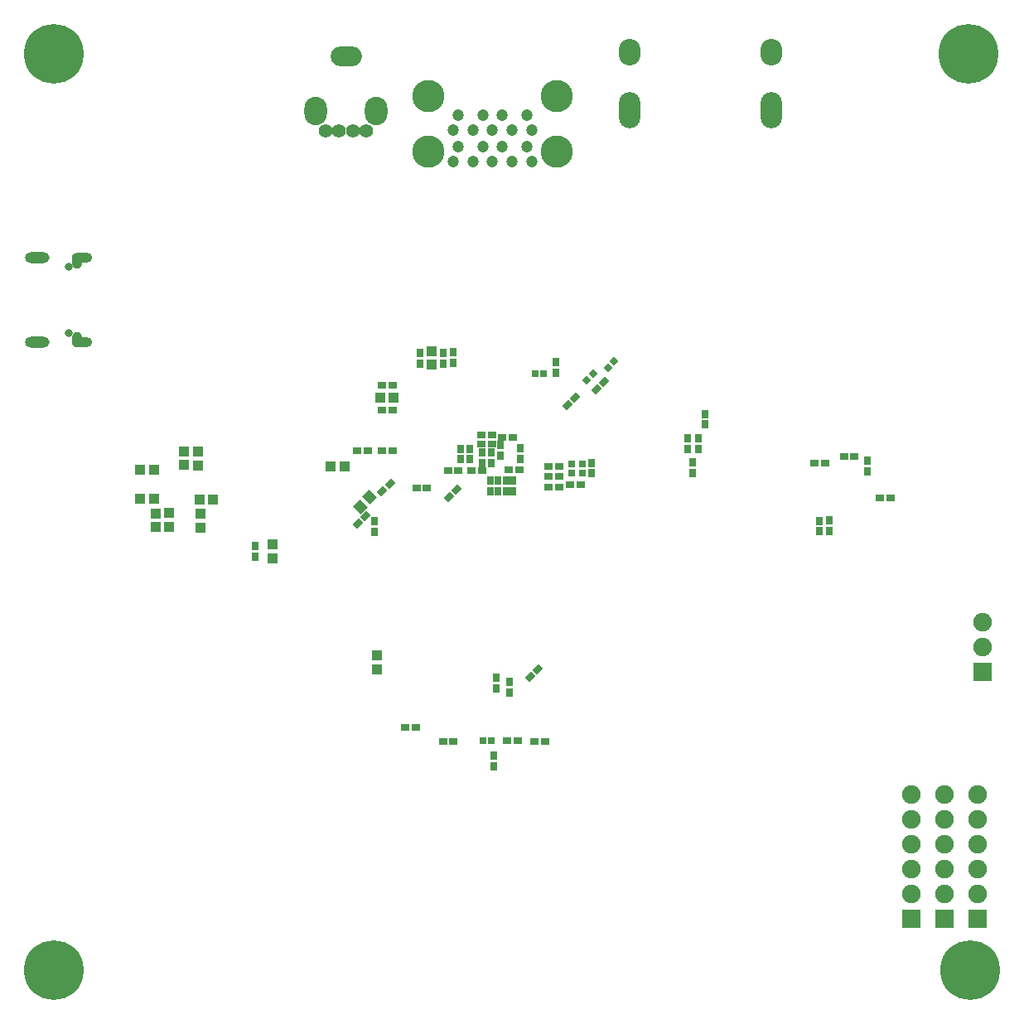
<source format=gbs>
G04*
G04 #@! TF.GenerationSoftware,Altium Limited,Altium Designer,25.0.2 (28)*
G04*
G04 Layer_Color=16711935*
%FSLAX44Y44*%
%MOMM*%
G71*
G04*
G04 #@! TF.SameCoordinates,34CB3397-E1FD-41C1-9A6A-8B3E81618BB9*
G04*
G04*
G04 #@! TF.FilePolarity,Negative*
G04*
G01*
G75*
%ADD23C,0.6000*%
%ADD53R,0.6416X0.8917*%
%ADD54R,1.1032X1.0032*%
%ADD55R,0.6673X0.6416*%
%ADD56R,0.8917X0.6416*%
%ADD70R,0.6416X0.6673*%
%ADD72R,1.0032X1.1032*%
%ADD102R,1.9032X1.9032*%
%ADD103C,1.9032*%
%ADD104C,6.1000*%
%ADD105O,2.2032X3.7032*%
%ADD106O,2.2032X2.7032*%
%ADD107O,2.1016X1.0016*%
%ADD108O,1.0016X1.6016*%
%ADD109O,2.5016X1.1016*%
%ADD110C,0.8032*%
%ADD111C,3.3000*%
%ADD112C,1.2000*%
%ADD113O,3.2032X2.0032*%
%ADD114O,2.3032X2.9032*%
%ADD115O,2.3032X2.9032*%
%ADD116C,1.4031*%
G04:AMPARAMS|DCode=160|XSize=1.0032mm|YSize=1.1032mm|CornerRadius=0mm|HoleSize=0mm|Usage=FLASHONLY|Rotation=45.000|XOffset=0mm|YOffset=0mm|HoleType=Round|Shape=Rectangle|*
%AMROTATEDRECTD160*
4,1,4,0.0354,-0.7447,-0.7447,0.0354,-0.0354,0.7447,0.7447,-0.0354,0.0354,-0.7447,0.0*
%
%ADD160ROTATEDRECTD160*%

G04:AMPARAMS|DCode=161|XSize=0.8917mm|YSize=0.6416mm|CornerRadius=0mm|HoleSize=0mm|Usage=FLASHONLY|Rotation=45.000|XOffset=0mm|YOffset=0mm|HoleType=Round|Shape=Rectangle|*
%AMROTATEDRECTD161*
4,1,4,-0.0884,-0.5421,-0.5421,-0.0884,0.0884,0.5421,0.5421,0.0884,-0.0884,-0.5421,0.0*
%
%ADD161ROTATEDRECTD161*%

G04:AMPARAMS|DCode=162|XSize=0.6673mm|YSize=0.6416mm|CornerRadius=0mm|HoleSize=0mm|Usage=FLASHONLY|Rotation=45.000|XOffset=0mm|YOffset=0mm|HoleType=Round|Shape=Rectangle|*
%AMROTATEDRECTD162*
4,1,4,-0.0091,-0.4627,-0.4627,-0.0091,0.0091,0.4627,0.4627,0.0091,-0.0091,-0.4627,0.0*
%
%ADD162ROTATEDRECTD162*%

D23*
X102870Y11430D02*
D03*
X85090Y20320D02*
D03*
X119380Y19050D02*
D03*
X80010Y35560D02*
D03*
X125730D02*
D03*
X86360Y52070D02*
D03*
X119380D02*
D03*
X102870Y58420D02*
D03*
Y947420D02*
D03*
X85090Y956310D02*
D03*
X119380Y955040D02*
D03*
X80010Y971550D02*
D03*
X125730D02*
D03*
X86360Y988060D02*
D03*
X119380D02*
D03*
X102870Y994410D02*
D03*
X1037590Y947420D02*
D03*
X1019810Y956310D02*
D03*
X1054100Y955040D02*
D03*
X1014730Y971550D02*
D03*
X1060450D02*
D03*
X1021080Y988060D02*
D03*
X1054100D02*
D03*
X1037590Y994410D02*
D03*
X1038860Y58420D02*
D03*
X1055370Y52070D02*
D03*
X1022350D02*
D03*
X1061720Y35560D02*
D03*
X1016000D02*
D03*
X1055370Y19050D02*
D03*
X1021080Y20320D02*
D03*
X1038860Y11430D02*
D03*
D53*
X556517Y535526D02*
D03*
Y524625D02*
D03*
X564370Y535526D02*
D03*
Y524625D02*
D03*
X549910Y553349D02*
D03*
Y564251D02*
D03*
X540143Y553611D02*
D03*
Y564512D02*
D03*
X308416Y468270D02*
D03*
Y457369D02*
D03*
X615649Y656635D02*
D03*
Y645733D02*
D03*
X750004Y578479D02*
D03*
Y567577D02*
D03*
X558474Y561286D02*
D03*
Y572187D02*
D03*
X884970Y483571D02*
D03*
Y494472D02*
D03*
X895057Y483655D02*
D03*
Y494556D02*
D03*
X429875Y493697D02*
D03*
Y482796D02*
D03*
X527467Y557235D02*
D03*
Y568136D02*
D03*
X518160Y557159D02*
D03*
Y568061D02*
D03*
X571429Y524625D02*
D03*
Y535526D02*
D03*
X548953Y524625D02*
D03*
Y535526D02*
D03*
X578838Y557277D02*
D03*
Y568178D02*
D03*
X652302Y553657D02*
D03*
Y542756D02*
D03*
X476342Y655324D02*
D03*
Y666226D02*
D03*
X510871Y655574D02*
D03*
Y666476D02*
D03*
X500505Y655338D02*
D03*
Y666239D02*
D03*
X761298Y567883D02*
D03*
Y578784D02*
D03*
X754915Y554029D02*
D03*
Y543128D02*
D03*
X554225Y333638D02*
D03*
Y322737D02*
D03*
X567777Y318821D02*
D03*
Y329722D02*
D03*
X552450Y243469D02*
D03*
Y254371D02*
D03*
X933874Y555541D02*
D03*
Y544639D02*
D03*
X768289Y592708D02*
D03*
Y603609D02*
D03*
D54*
X488787Y667657D02*
D03*
Y653656D02*
D03*
X250081Y551170D02*
D03*
Y565171D02*
D03*
X325623Y469949D02*
D03*
Y455948D02*
D03*
X206961Y502067D02*
D03*
Y488067D02*
D03*
X220122Y502099D02*
D03*
Y488098D02*
D03*
X252661Y501395D02*
D03*
Y487394D02*
D03*
X433070Y356900D02*
D03*
Y342900D02*
D03*
X235088Y565347D02*
D03*
Y551347D02*
D03*
D55*
X602924Y644952D02*
D03*
X594267D02*
D03*
X541048Y269500D02*
D03*
X549704D02*
D03*
D56*
X571654Y579888D02*
D03*
X560753D02*
D03*
X957338Y517761D02*
D03*
X946437D02*
D03*
X879974Y553743D02*
D03*
X890875D02*
D03*
X472969Y528320D02*
D03*
X483870D02*
D03*
X550570Y573161D02*
D03*
X539669D02*
D03*
X550236Y581773D02*
D03*
X539335D02*
D03*
X515991Y546100D02*
D03*
X505089D02*
D03*
X529590D02*
D03*
X540491D02*
D03*
X578465Y546500D02*
D03*
X567564D02*
D03*
X630214Y531474D02*
D03*
X641115D02*
D03*
X607818Y529171D02*
D03*
X618719D02*
D03*
X607740Y539781D02*
D03*
X618641D02*
D03*
X423437Y566002D02*
D03*
X412536D02*
D03*
X448501Y633076D02*
D03*
X437600D02*
D03*
X448847Y607447D02*
D03*
X437946D02*
D03*
X461360Y283542D02*
D03*
X472261D02*
D03*
X500009Y269240D02*
D03*
X510911D02*
D03*
X576431Y269437D02*
D03*
X565530D02*
D03*
X593844Y269223D02*
D03*
X604745D02*
D03*
X920712Y559801D02*
D03*
X909810D02*
D03*
X607902Y550070D02*
D03*
X618803D02*
D03*
X448847Y565937D02*
D03*
X437946D02*
D03*
D70*
X631799Y543535D02*
D03*
Y552191D02*
D03*
X642338Y552085D02*
D03*
Y543428D02*
D03*
D72*
X435932Y620116D02*
D03*
X449933D02*
D03*
X385430Y549910D02*
D03*
X399430D02*
D03*
X251278Y516002D02*
D03*
X265278D02*
D03*
X204888Y546176D02*
D03*
X190888D02*
D03*
X204888Y516754D02*
D03*
X190888D02*
D03*
D102*
X1046480Y87630D02*
D03*
X1012896D02*
D03*
X979157D02*
D03*
X1051560Y340360D02*
D03*
D103*
X1046480Y113030D02*
D03*
Y138430D02*
D03*
Y163830D02*
D03*
Y189230D02*
D03*
Y214630D02*
D03*
X1012896Y113030D02*
D03*
Y138430D02*
D03*
Y163830D02*
D03*
Y189230D02*
D03*
Y214630D02*
D03*
X979157Y113030D02*
D03*
Y138430D02*
D03*
Y163830D02*
D03*
Y189230D02*
D03*
Y214630D02*
D03*
X1051560Y365760D02*
D03*
Y391160D02*
D03*
D104*
X102870Y35560D02*
D03*
Y971550D02*
D03*
X1037590D02*
D03*
X1038860Y35560D02*
D03*
D105*
X690770Y913799D02*
D03*
X835770D02*
D03*
D106*
X690770Y973400D02*
D03*
X835770D02*
D03*
D107*
X130844Y763078D02*
D03*
X130843Y676680D02*
D03*
D108*
X125844Y759879D02*
D03*
X125843Y679879D02*
D03*
D109*
X85344Y763078D02*
D03*
X85343Y676680D02*
D03*
D110*
X117343Y685880D02*
D03*
Y753878D02*
D03*
D111*
X616434Y928692D02*
D03*
Y871893D02*
D03*
X485034D02*
D03*
Y928692D02*
D03*
D112*
X590734Y861692D02*
D03*
X570734D02*
D03*
X550734D02*
D03*
X530734D02*
D03*
X510734D02*
D03*
X515733Y876693D02*
D03*
X540734D02*
D03*
X560734D02*
D03*
X585733D02*
D03*
X590734Y893694D02*
D03*
X570734D02*
D03*
X550734D02*
D03*
X530734D02*
D03*
X510734D02*
D03*
X515733Y908692D02*
D03*
X540734D02*
D03*
X560734D02*
D03*
X585733D02*
D03*
D113*
X401079Y968817D02*
D03*
D114*
X370168Y912810D02*
D03*
D115*
X431788D02*
D03*
D116*
X421958Y892820D02*
D03*
X407963D02*
D03*
X393993D02*
D03*
X379997D02*
D03*
D160*
X415468Y508717D02*
D03*
X425368Y518617D02*
D03*
D161*
X420997Y498966D02*
D03*
X413289Y491258D02*
D03*
X438106Y524466D02*
D03*
X445814Y532174D02*
D03*
X505953Y518492D02*
D03*
X513661Y526200D02*
D03*
X635285Y620162D02*
D03*
X627576Y612454D02*
D03*
X589448Y334532D02*
D03*
X597156Y342240D02*
D03*
X664497Y636168D02*
D03*
X656789Y628460D02*
D03*
D162*
X647180Y638289D02*
D03*
X653300Y644410D02*
D03*
X668770Y650990D02*
D03*
X674890Y657111D02*
D03*
M02*

</source>
